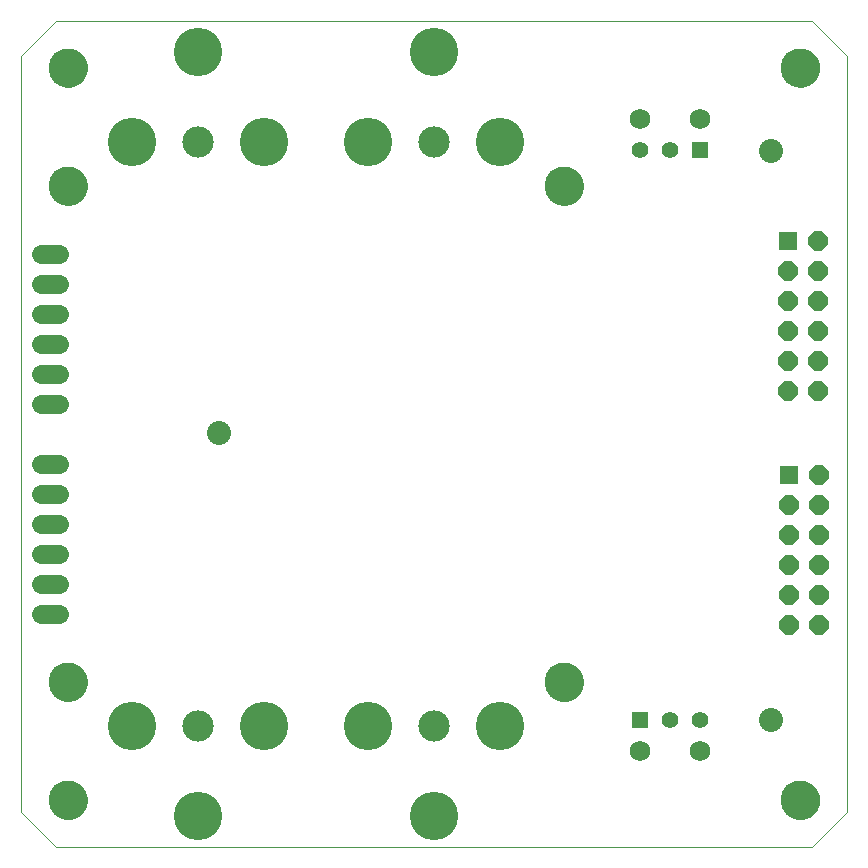
<source format=gbs>
G75*
%MOIN*%
%OFA0B0*%
%FSLAX25Y25*%
%IPPOS*%
%LPD*%
%AMOC8*
5,1,8,0,0,1.08239X$1,22.5*
%
%ADD10OC8,0.06400*%
%ADD11R,0.06400X0.06400*%
%ADD12C,0.00000*%
%ADD13C,0.12998*%
%ADD14C,0.06400*%
%ADD15C,0.05550*%
%ADD16R,0.05550X0.05550*%
%ADD17C,0.06896*%
%ADD18C,0.10439*%
%ADD19C,0.16148*%
%ADD20C,0.08000*%
D10*
X0272500Y0091700D03*
X0272500Y0101700D03*
X0272500Y0111700D03*
X0282500Y0111700D03*
X0282500Y0101700D03*
X0282500Y0091700D03*
X0282500Y0121700D03*
X0282500Y0131700D03*
X0282500Y0141700D03*
X0272500Y0131700D03*
X0272500Y0121700D03*
X0272100Y0169865D03*
X0282100Y0169865D03*
X0282100Y0179865D03*
X0272100Y0179865D03*
X0272100Y0189865D03*
X0282100Y0189865D03*
X0282100Y0199865D03*
X0272100Y0199865D03*
X0272100Y0209865D03*
X0282100Y0209865D03*
X0282100Y0219865D03*
D11*
X0272100Y0219865D03*
X0272500Y0141700D03*
D12*
X0028111Y0017700D02*
X0016300Y0029511D01*
X0016300Y0281480D01*
X0028111Y0293291D01*
X0280080Y0293291D01*
X0291891Y0281480D01*
X0291891Y0029511D01*
X0280080Y0017700D01*
X0028111Y0017700D01*
X0025749Y0033448D02*
X0025751Y0033606D01*
X0025757Y0033764D01*
X0025767Y0033922D01*
X0025781Y0034080D01*
X0025799Y0034237D01*
X0025820Y0034394D01*
X0025846Y0034550D01*
X0025876Y0034706D01*
X0025909Y0034861D01*
X0025947Y0035014D01*
X0025988Y0035167D01*
X0026033Y0035319D01*
X0026082Y0035470D01*
X0026135Y0035619D01*
X0026191Y0035767D01*
X0026251Y0035913D01*
X0026315Y0036058D01*
X0026383Y0036201D01*
X0026454Y0036343D01*
X0026528Y0036483D01*
X0026606Y0036620D01*
X0026688Y0036756D01*
X0026772Y0036890D01*
X0026861Y0037021D01*
X0026952Y0037150D01*
X0027047Y0037277D01*
X0027144Y0037402D01*
X0027245Y0037524D01*
X0027349Y0037643D01*
X0027456Y0037760D01*
X0027566Y0037874D01*
X0027679Y0037985D01*
X0027794Y0038094D01*
X0027912Y0038199D01*
X0028033Y0038301D01*
X0028156Y0038401D01*
X0028282Y0038497D01*
X0028410Y0038590D01*
X0028540Y0038680D01*
X0028673Y0038766D01*
X0028808Y0038850D01*
X0028944Y0038929D01*
X0029083Y0039006D01*
X0029224Y0039078D01*
X0029366Y0039148D01*
X0029510Y0039213D01*
X0029656Y0039275D01*
X0029803Y0039333D01*
X0029952Y0039388D01*
X0030102Y0039439D01*
X0030253Y0039486D01*
X0030405Y0039529D01*
X0030558Y0039568D01*
X0030713Y0039604D01*
X0030868Y0039635D01*
X0031024Y0039663D01*
X0031180Y0039687D01*
X0031337Y0039707D01*
X0031495Y0039723D01*
X0031652Y0039735D01*
X0031811Y0039743D01*
X0031969Y0039747D01*
X0032127Y0039747D01*
X0032285Y0039743D01*
X0032444Y0039735D01*
X0032601Y0039723D01*
X0032759Y0039707D01*
X0032916Y0039687D01*
X0033072Y0039663D01*
X0033228Y0039635D01*
X0033383Y0039604D01*
X0033538Y0039568D01*
X0033691Y0039529D01*
X0033843Y0039486D01*
X0033994Y0039439D01*
X0034144Y0039388D01*
X0034293Y0039333D01*
X0034440Y0039275D01*
X0034586Y0039213D01*
X0034730Y0039148D01*
X0034872Y0039078D01*
X0035013Y0039006D01*
X0035152Y0038929D01*
X0035288Y0038850D01*
X0035423Y0038766D01*
X0035556Y0038680D01*
X0035686Y0038590D01*
X0035814Y0038497D01*
X0035940Y0038401D01*
X0036063Y0038301D01*
X0036184Y0038199D01*
X0036302Y0038094D01*
X0036417Y0037985D01*
X0036530Y0037874D01*
X0036640Y0037760D01*
X0036747Y0037643D01*
X0036851Y0037524D01*
X0036952Y0037402D01*
X0037049Y0037277D01*
X0037144Y0037150D01*
X0037235Y0037021D01*
X0037324Y0036890D01*
X0037408Y0036756D01*
X0037490Y0036620D01*
X0037568Y0036483D01*
X0037642Y0036343D01*
X0037713Y0036201D01*
X0037781Y0036058D01*
X0037845Y0035913D01*
X0037905Y0035767D01*
X0037961Y0035619D01*
X0038014Y0035470D01*
X0038063Y0035319D01*
X0038108Y0035167D01*
X0038149Y0035014D01*
X0038187Y0034861D01*
X0038220Y0034706D01*
X0038250Y0034550D01*
X0038276Y0034394D01*
X0038297Y0034237D01*
X0038315Y0034080D01*
X0038329Y0033922D01*
X0038339Y0033764D01*
X0038345Y0033606D01*
X0038347Y0033448D01*
X0038345Y0033290D01*
X0038339Y0033132D01*
X0038329Y0032974D01*
X0038315Y0032816D01*
X0038297Y0032659D01*
X0038276Y0032502D01*
X0038250Y0032346D01*
X0038220Y0032190D01*
X0038187Y0032035D01*
X0038149Y0031882D01*
X0038108Y0031729D01*
X0038063Y0031577D01*
X0038014Y0031426D01*
X0037961Y0031277D01*
X0037905Y0031129D01*
X0037845Y0030983D01*
X0037781Y0030838D01*
X0037713Y0030695D01*
X0037642Y0030553D01*
X0037568Y0030413D01*
X0037490Y0030276D01*
X0037408Y0030140D01*
X0037324Y0030006D01*
X0037235Y0029875D01*
X0037144Y0029746D01*
X0037049Y0029619D01*
X0036952Y0029494D01*
X0036851Y0029372D01*
X0036747Y0029253D01*
X0036640Y0029136D01*
X0036530Y0029022D01*
X0036417Y0028911D01*
X0036302Y0028802D01*
X0036184Y0028697D01*
X0036063Y0028595D01*
X0035940Y0028495D01*
X0035814Y0028399D01*
X0035686Y0028306D01*
X0035556Y0028216D01*
X0035423Y0028130D01*
X0035288Y0028046D01*
X0035152Y0027967D01*
X0035013Y0027890D01*
X0034872Y0027818D01*
X0034730Y0027748D01*
X0034586Y0027683D01*
X0034440Y0027621D01*
X0034293Y0027563D01*
X0034144Y0027508D01*
X0033994Y0027457D01*
X0033843Y0027410D01*
X0033691Y0027367D01*
X0033538Y0027328D01*
X0033383Y0027292D01*
X0033228Y0027261D01*
X0033072Y0027233D01*
X0032916Y0027209D01*
X0032759Y0027189D01*
X0032601Y0027173D01*
X0032444Y0027161D01*
X0032285Y0027153D01*
X0032127Y0027149D01*
X0031969Y0027149D01*
X0031811Y0027153D01*
X0031652Y0027161D01*
X0031495Y0027173D01*
X0031337Y0027189D01*
X0031180Y0027209D01*
X0031024Y0027233D01*
X0030868Y0027261D01*
X0030713Y0027292D01*
X0030558Y0027328D01*
X0030405Y0027367D01*
X0030253Y0027410D01*
X0030102Y0027457D01*
X0029952Y0027508D01*
X0029803Y0027563D01*
X0029656Y0027621D01*
X0029510Y0027683D01*
X0029366Y0027748D01*
X0029224Y0027818D01*
X0029083Y0027890D01*
X0028944Y0027967D01*
X0028808Y0028046D01*
X0028673Y0028130D01*
X0028540Y0028216D01*
X0028410Y0028306D01*
X0028282Y0028399D01*
X0028156Y0028495D01*
X0028033Y0028595D01*
X0027912Y0028697D01*
X0027794Y0028802D01*
X0027679Y0028911D01*
X0027566Y0029022D01*
X0027456Y0029136D01*
X0027349Y0029253D01*
X0027245Y0029372D01*
X0027144Y0029494D01*
X0027047Y0029619D01*
X0026952Y0029746D01*
X0026861Y0029875D01*
X0026772Y0030006D01*
X0026688Y0030140D01*
X0026606Y0030276D01*
X0026528Y0030413D01*
X0026454Y0030553D01*
X0026383Y0030695D01*
X0026315Y0030838D01*
X0026251Y0030983D01*
X0026191Y0031129D01*
X0026135Y0031277D01*
X0026082Y0031426D01*
X0026033Y0031577D01*
X0025988Y0031729D01*
X0025947Y0031882D01*
X0025909Y0032035D01*
X0025876Y0032190D01*
X0025846Y0032346D01*
X0025820Y0032502D01*
X0025799Y0032659D01*
X0025781Y0032816D01*
X0025767Y0032974D01*
X0025757Y0033132D01*
X0025751Y0033290D01*
X0025749Y0033448D01*
X0025749Y0072818D02*
X0025751Y0072976D01*
X0025757Y0073134D01*
X0025767Y0073292D01*
X0025781Y0073450D01*
X0025799Y0073607D01*
X0025820Y0073764D01*
X0025846Y0073920D01*
X0025876Y0074076D01*
X0025909Y0074231D01*
X0025947Y0074384D01*
X0025988Y0074537D01*
X0026033Y0074689D01*
X0026082Y0074840D01*
X0026135Y0074989D01*
X0026191Y0075137D01*
X0026251Y0075283D01*
X0026315Y0075428D01*
X0026383Y0075571D01*
X0026454Y0075713D01*
X0026528Y0075853D01*
X0026606Y0075990D01*
X0026688Y0076126D01*
X0026772Y0076260D01*
X0026861Y0076391D01*
X0026952Y0076520D01*
X0027047Y0076647D01*
X0027144Y0076772D01*
X0027245Y0076894D01*
X0027349Y0077013D01*
X0027456Y0077130D01*
X0027566Y0077244D01*
X0027679Y0077355D01*
X0027794Y0077464D01*
X0027912Y0077569D01*
X0028033Y0077671D01*
X0028156Y0077771D01*
X0028282Y0077867D01*
X0028410Y0077960D01*
X0028540Y0078050D01*
X0028673Y0078136D01*
X0028808Y0078220D01*
X0028944Y0078299D01*
X0029083Y0078376D01*
X0029224Y0078448D01*
X0029366Y0078518D01*
X0029510Y0078583D01*
X0029656Y0078645D01*
X0029803Y0078703D01*
X0029952Y0078758D01*
X0030102Y0078809D01*
X0030253Y0078856D01*
X0030405Y0078899D01*
X0030558Y0078938D01*
X0030713Y0078974D01*
X0030868Y0079005D01*
X0031024Y0079033D01*
X0031180Y0079057D01*
X0031337Y0079077D01*
X0031495Y0079093D01*
X0031652Y0079105D01*
X0031811Y0079113D01*
X0031969Y0079117D01*
X0032127Y0079117D01*
X0032285Y0079113D01*
X0032444Y0079105D01*
X0032601Y0079093D01*
X0032759Y0079077D01*
X0032916Y0079057D01*
X0033072Y0079033D01*
X0033228Y0079005D01*
X0033383Y0078974D01*
X0033538Y0078938D01*
X0033691Y0078899D01*
X0033843Y0078856D01*
X0033994Y0078809D01*
X0034144Y0078758D01*
X0034293Y0078703D01*
X0034440Y0078645D01*
X0034586Y0078583D01*
X0034730Y0078518D01*
X0034872Y0078448D01*
X0035013Y0078376D01*
X0035152Y0078299D01*
X0035288Y0078220D01*
X0035423Y0078136D01*
X0035556Y0078050D01*
X0035686Y0077960D01*
X0035814Y0077867D01*
X0035940Y0077771D01*
X0036063Y0077671D01*
X0036184Y0077569D01*
X0036302Y0077464D01*
X0036417Y0077355D01*
X0036530Y0077244D01*
X0036640Y0077130D01*
X0036747Y0077013D01*
X0036851Y0076894D01*
X0036952Y0076772D01*
X0037049Y0076647D01*
X0037144Y0076520D01*
X0037235Y0076391D01*
X0037324Y0076260D01*
X0037408Y0076126D01*
X0037490Y0075990D01*
X0037568Y0075853D01*
X0037642Y0075713D01*
X0037713Y0075571D01*
X0037781Y0075428D01*
X0037845Y0075283D01*
X0037905Y0075137D01*
X0037961Y0074989D01*
X0038014Y0074840D01*
X0038063Y0074689D01*
X0038108Y0074537D01*
X0038149Y0074384D01*
X0038187Y0074231D01*
X0038220Y0074076D01*
X0038250Y0073920D01*
X0038276Y0073764D01*
X0038297Y0073607D01*
X0038315Y0073450D01*
X0038329Y0073292D01*
X0038339Y0073134D01*
X0038345Y0072976D01*
X0038347Y0072818D01*
X0038345Y0072660D01*
X0038339Y0072502D01*
X0038329Y0072344D01*
X0038315Y0072186D01*
X0038297Y0072029D01*
X0038276Y0071872D01*
X0038250Y0071716D01*
X0038220Y0071560D01*
X0038187Y0071405D01*
X0038149Y0071252D01*
X0038108Y0071099D01*
X0038063Y0070947D01*
X0038014Y0070796D01*
X0037961Y0070647D01*
X0037905Y0070499D01*
X0037845Y0070353D01*
X0037781Y0070208D01*
X0037713Y0070065D01*
X0037642Y0069923D01*
X0037568Y0069783D01*
X0037490Y0069646D01*
X0037408Y0069510D01*
X0037324Y0069376D01*
X0037235Y0069245D01*
X0037144Y0069116D01*
X0037049Y0068989D01*
X0036952Y0068864D01*
X0036851Y0068742D01*
X0036747Y0068623D01*
X0036640Y0068506D01*
X0036530Y0068392D01*
X0036417Y0068281D01*
X0036302Y0068172D01*
X0036184Y0068067D01*
X0036063Y0067965D01*
X0035940Y0067865D01*
X0035814Y0067769D01*
X0035686Y0067676D01*
X0035556Y0067586D01*
X0035423Y0067500D01*
X0035288Y0067416D01*
X0035152Y0067337D01*
X0035013Y0067260D01*
X0034872Y0067188D01*
X0034730Y0067118D01*
X0034586Y0067053D01*
X0034440Y0066991D01*
X0034293Y0066933D01*
X0034144Y0066878D01*
X0033994Y0066827D01*
X0033843Y0066780D01*
X0033691Y0066737D01*
X0033538Y0066698D01*
X0033383Y0066662D01*
X0033228Y0066631D01*
X0033072Y0066603D01*
X0032916Y0066579D01*
X0032759Y0066559D01*
X0032601Y0066543D01*
X0032444Y0066531D01*
X0032285Y0066523D01*
X0032127Y0066519D01*
X0031969Y0066519D01*
X0031811Y0066523D01*
X0031652Y0066531D01*
X0031495Y0066543D01*
X0031337Y0066559D01*
X0031180Y0066579D01*
X0031024Y0066603D01*
X0030868Y0066631D01*
X0030713Y0066662D01*
X0030558Y0066698D01*
X0030405Y0066737D01*
X0030253Y0066780D01*
X0030102Y0066827D01*
X0029952Y0066878D01*
X0029803Y0066933D01*
X0029656Y0066991D01*
X0029510Y0067053D01*
X0029366Y0067118D01*
X0029224Y0067188D01*
X0029083Y0067260D01*
X0028944Y0067337D01*
X0028808Y0067416D01*
X0028673Y0067500D01*
X0028540Y0067586D01*
X0028410Y0067676D01*
X0028282Y0067769D01*
X0028156Y0067865D01*
X0028033Y0067965D01*
X0027912Y0068067D01*
X0027794Y0068172D01*
X0027679Y0068281D01*
X0027566Y0068392D01*
X0027456Y0068506D01*
X0027349Y0068623D01*
X0027245Y0068742D01*
X0027144Y0068864D01*
X0027047Y0068989D01*
X0026952Y0069116D01*
X0026861Y0069245D01*
X0026772Y0069376D01*
X0026688Y0069510D01*
X0026606Y0069646D01*
X0026528Y0069783D01*
X0026454Y0069923D01*
X0026383Y0070065D01*
X0026315Y0070208D01*
X0026251Y0070353D01*
X0026191Y0070499D01*
X0026135Y0070647D01*
X0026082Y0070796D01*
X0026033Y0070947D01*
X0025988Y0071099D01*
X0025947Y0071252D01*
X0025909Y0071405D01*
X0025876Y0071560D01*
X0025846Y0071716D01*
X0025820Y0071872D01*
X0025799Y0072029D01*
X0025781Y0072186D01*
X0025767Y0072344D01*
X0025757Y0072502D01*
X0025751Y0072660D01*
X0025749Y0072818D01*
X0025749Y0238172D02*
X0025751Y0238330D01*
X0025757Y0238488D01*
X0025767Y0238646D01*
X0025781Y0238804D01*
X0025799Y0238961D01*
X0025820Y0239118D01*
X0025846Y0239274D01*
X0025876Y0239430D01*
X0025909Y0239585D01*
X0025947Y0239738D01*
X0025988Y0239891D01*
X0026033Y0240043D01*
X0026082Y0240194D01*
X0026135Y0240343D01*
X0026191Y0240491D01*
X0026251Y0240637D01*
X0026315Y0240782D01*
X0026383Y0240925D01*
X0026454Y0241067D01*
X0026528Y0241207D01*
X0026606Y0241344D01*
X0026688Y0241480D01*
X0026772Y0241614D01*
X0026861Y0241745D01*
X0026952Y0241874D01*
X0027047Y0242001D01*
X0027144Y0242126D01*
X0027245Y0242248D01*
X0027349Y0242367D01*
X0027456Y0242484D01*
X0027566Y0242598D01*
X0027679Y0242709D01*
X0027794Y0242818D01*
X0027912Y0242923D01*
X0028033Y0243025D01*
X0028156Y0243125D01*
X0028282Y0243221D01*
X0028410Y0243314D01*
X0028540Y0243404D01*
X0028673Y0243490D01*
X0028808Y0243574D01*
X0028944Y0243653D01*
X0029083Y0243730D01*
X0029224Y0243802D01*
X0029366Y0243872D01*
X0029510Y0243937D01*
X0029656Y0243999D01*
X0029803Y0244057D01*
X0029952Y0244112D01*
X0030102Y0244163D01*
X0030253Y0244210D01*
X0030405Y0244253D01*
X0030558Y0244292D01*
X0030713Y0244328D01*
X0030868Y0244359D01*
X0031024Y0244387D01*
X0031180Y0244411D01*
X0031337Y0244431D01*
X0031495Y0244447D01*
X0031652Y0244459D01*
X0031811Y0244467D01*
X0031969Y0244471D01*
X0032127Y0244471D01*
X0032285Y0244467D01*
X0032444Y0244459D01*
X0032601Y0244447D01*
X0032759Y0244431D01*
X0032916Y0244411D01*
X0033072Y0244387D01*
X0033228Y0244359D01*
X0033383Y0244328D01*
X0033538Y0244292D01*
X0033691Y0244253D01*
X0033843Y0244210D01*
X0033994Y0244163D01*
X0034144Y0244112D01*
X0034293Y0244057D01*
X0034440Y0243999D01*
X0034586Y0243937D01*
X0034730Y0243872D01*
X0034872Y0243802D01*
X0035013Y0243730D01*
X0035152Y0243653D01*
X0035288Y0243574D01*
X0035423Y0243490D01*
X0035556Y0243404D01*
X0035686Y0243314D01*
X0035814Y0243221D01*
X0035940Y0243125D01*
X0036063Y0243025D01*
X0036184Y0242923D01*
X0036302Y0242818D01*
X0036417Y0242709D01*
X0036530Y0242598D01*
X0036640Y0242484D01*
X0036747Y0242367D01*
X0036851Y0242248D01*
X0036952Y0242126D01*
X0037049Y0242001D01*
X0037144Y0241874D01*
X0037235Y0241745D01*
X0037324Y0241614D01*
X0037408Y0241480D01*
X0037490Y0241344D01*
X0037568Y0241207D01*
X0037642Y0241067D01*
X0037713Y0240925D01*
X0037781Y0240782D01*
X0037845Y0240637D01*
X0037905Y0240491D01*
X0037961Y0240343D01*
X0038014Y0240194D01*
X0038063Y0240043D01*
X0038108Y0239891D01*
X0038149Y0239738D01*
X0038187Y0239585D01*
X0038220Y0239430D01*
X0038250Y0239274D01*
X0038276Y0239118D01*
X0038297Y0238961D01*
X0038315Y0238804D01*
X0038329Y0238646D01*
X0038339Y0238488D01*
X0038345Y0238330D01*
X0038347Y0238172D01*
X0038345Y0238014D01*
X0038339Y0237856D01*
X0038329Y0237698D01*
X0038315Y0237540D01*
X0038297Y0237383D01*
X0038276Y0237226D01*
X0038250Y0237070D01*
X0038220Y0236914D01*
X0038187Y0236759D01*
X0038149Y0236606D01*
X0038108Y0236453D01*
X0038063Y0236301D01*
X0038014Y0236150D01*
X0037961Y0236001D01*
X0037905Y0235853D01*
X0037845Y0235707D01*
X0037781Y0235562D01*
X0037713Y0235419D01*
X0037642Y0235277D01*
X0037568Y0235137D01*
X0037490Y0235000D01*
X0037408Y0234864D01*
X0037324Y0234730D01*
X0037235Y0234599D01*
X0037144Y0234470D01*
X0037049Y0234343D01*
X0036952Y0234218D01*
X0036851Y0234096D01*
X0036747Y0233977D01*
X0036640Y0233860D01*
X0036530Y0233746D01*
X0036417Y0233635D01*
X0036302Y0233526D01*
X0036184Y0233421D01*
X0036063Y0233319D01*
X0035940Y0233219D01*
X0035814Y0233123D01*
X0035686Y0233030D01*
X0035556Y0232940D01*
X0035423Y0232854D01*
X0035288Y0232770D01*
X0035152Y0232691D01*
X0035013Y0232614D01*
X0034872Y0232542D01*
X0034730Y0232472D01*
X0034586Y0232407D01*
X0034440Y0232345D01*
X0034293Y0232287D01*
X0034144Y0232232D01*
X0033994Y0232181D01*
X0033843Y0232134D01*
X0033691Y0232091D01*
X0033538Y0232052D01*
X0033383Y0232016D01*
X0033228Y0231985D01*
X0033072Y0231957D01*
X0032916Y0231933D01*
X0032759Y0231913D01*
X0032601Y0231897D01*
X0032444Y0231885D01*
X0032285Y0231877D01*
X0032127Y0231873D01*
X0031969Y0231873D01*
X0031811Y0231877D01*
X0031652Y0231885D01*
X0031495Y0231897D01*
X0031337Y0231913D01*
X0031180Y0231933D01*
X0031024Y0231957D01*
X0030868Y0231985D01*
X0030713Y0232016D01*
X0030558Y0232052D01*
X0030405Y0232091D01*
X0030253Y0232134D01*
X0030102Y0232181D01*
X0029952Y0232232D01*
X0029803Y0232287D01*
X0029656Y0232345D01*
X0029510Y0232407D01*
X0029366Y0232472D01*
X0029224Y0232542D01*
X0029083Y0232614D01*
X0028944Y0232691D01*
X0028808Y0232770D01*
X0028673Y0232854D01*
X0028540Y0232940D01*
X0028410Y0233030D01*
X0028282Y0233123D01*
X0028156Y0233219D01*
X0028033Y0233319D01*
X0027912Y0233421D01*
X0027794Y0233526D01*
X0027679Y0233635D01*
X0027566Y0233746D01*
X0027456Y0233860D01*
X0027349Y0233977D01*
X0027245Y0234096D01*
X0027144Y0234218D01*
X0027047Y0234343D01*
X0026952Y0234470D01*
X0026861Y0234599D01*
X0026772Y0234730D01*
X0026688Y0234864D01*
X0026606Y0235000D01*
X0026528Y0235137D01*
X0026454Y0235277D01*
X0026383Y0235419D01*
X0026315Y0235562D01*
X0026251Y0235707D01*
X0026191Y0235853D01*
X0026135Y0236001D01*
X0026082Y0236150D01*
X0026033Y0236301D01*
X0025988Y0236453D01*
X0025947Y0236606D01*
X0025909Y0236759D01*
X0025876Y0236914D01*
X0025846Y0237070D01*
X0025820Y0237226D01*
X0025799Y0237383D01*
X0025781Y0237540D01*
X0025767Y0237698D01*
X0025757Y0237856D01*
X0025751Y0238014D01*
X0025749Y0238172D01*
X0025749Y0277543D02*
X0025751Y0277701D01*
X0025757Y0277859D01*
X0025767Y0278017D01*
X0025781Y0278175D01*
X0025799Y0278332D01*
X0025820Y0278489D01*
X0025846Y0278645D01*
X0025876Y0278801D01*
X0025909Y0278956D01*
X0025947Y0279109D01*
X0025988Y0279262D01*
X0026033Y0279414D01*
X0026082Y0279565D01*
X0026135Y0279714D01*
X0026191Y0279862D01*
X0026251Y0280008D01*
X0026315Y0280153D01*
X0026383Y0280296D01*
X0026454Y0280438D01*
X0026528Y0280578D01*
X0026606Y0280715D01*
X0026688Y0280851D01*
X0026772Y0280985D01*
X0026861Y0281116D01*
X0026952Y0281245D01*
X0027047Y0281372D01*
X0027144Y0281497D01*
X0027245Y0281619D01*
X0027349Y0281738D01*
X0027456Y0281855D01*
X0027566Y0281969D01*
X0027679Y0282080D01*
X0027794Y0282189D01*
X0027912Y0282294D01*
X0028033Y0282396D01*
X0028156Y0282496D01*
X0028282Y0282592D01*
X0028410Y0282685D01*
X0028540Y0282775D01*
X0028673Y0282861D01*
X0028808Y0282945D01*
X0028944Y0283024D01*
X0029083Y0283101D01*
X0029224Y0283173D01*
X0029366Y0283243D01*
X0029510Y0283308D01*
X0029656Y0283370D01*
X0029803Y0283428D01*
X0029952Y0283483D01*
X0030102Y0283534D01*
X0030253Y0283581D01*
X0030405Y0283624D01*
X0030558Y0283663D01*
X0030713Y0283699D01*
X0030868Y0283730D01*
X0031024Y0283758D01*
X0031180Y0283782D01*
X0031337Y0283802D01*
X0031495Y0283818D01*
X0031652Y0283830D01*
X0031811Y0283838D01*
X0031969Y0283842D01*
X0032127Y0283842D01*
X0032285Y0283838D01*
X0032444Y0283830D01*
X0032601Y0283818D01*
X0032759Y0283802D01*
X0032916Y0283782D01*
X0033072Y0283758D01*
X0033228Y0283730D01*
X0033383Y0283699D01*
X0033538Y0283663D01*
X0033691Y0283624D01*
X0033843Y0283581D01*
X0033994Y0283534D01*
X0034144Y0283483D01*
X0034293Y0283428D01*
X0034440Y0283370D01*
X0034586Y0283308D01*
X0034730Y0283243D01*
X0034872Y0283173D01*
X0035013Y0283101D01*
X0035152Y0283024D01*
X0035288Y0282945D01*
X0035423Y0282861D01*
X0035556Y0282775D01*
X0035686Y0282685D01*
X0035814Y0282592D01*
X0035940Y0282496D01*
X0036063Y0282396D01*
X0036184Y0282294D01*
X0036302Y0282189D01*
X0036417Y0282080D01*
X0036530Y0281969D01*
X0036640Y0281855D01*
X0036747Y0281738D01*
X0036851Y0281619D01*
X0036952Y0281497D01*
X0037049Y0281372D01*
X0037144Y0281245D01*
X0037235Y0281116D01*
X0037324Y0280985D01*
X0037408Y0280851D01*
X0037490Y0280715D01*
X0037568Y0280578D01*
X0037642Y0280438D01*
X0037713Y0280296D01*
X0037781Y0280153D01*
X0037845Y0280008D01*
X0037905Y0279862D01*
X0037961Y0279714D01*
X0038014Y0279565D01*
X0038063Y0279414D01*
X0038108Y0279262D01*
X0038149Y0279109D01*
X0038187Y0278956D01*
X0038220Y0278801D01*
X0038250Y0278645D01*
X0038276Y0278489D01*
X0038297Y0278332D01*
X0038315Y0278175D01*
X0038329Y0278017D01*
X0038339Y0277859D01*
X0038345Y0277701D01*
X0038347Y0277543D01*
X0038345Y0277385D01*
X0038339Y0277227D01*
X0038329Y0277069D01*
X0038315Y0276911D01*
X0038297Y0276754D01*
X0038276Y0276597D01*
X0038250Y0276441D01*
X0038220Y0276285D01*
X0038187Y0276130D01*
X0038149Y0275977D01*
X0038108Y0275824D01*
X0038063Y0275672D01*
X0038014Y0275521D01*
X0037961Y0275372D01*
X0037905Y0275224D01*
X0037845Y0275078D01*
X0037781Y0274933D01*
X0037713Y0274790D01*
X0037642Y0274648D01*
X0037568Y0274508D01*
X0037490Y0274371D01*
X0037408Y0274235D01*
X0037324Y0274101D01*
X0037235Y0273970D01*
X0037144Y0273841D01*
X0037049Y0273714D01*
X0036952Y0273589D01*
X0036851Y0273467D01*
X0036747Y0273348D01*
X0036640Y0273231D01*
X0036530Y0273117D01*
X0036417Y0273006D01*
X0036302Y0272897D01*
X0036184Y0272792D01*
X0036063Y0272690D01*
X0035940Y0272590D01*
X0035814Y0272494D01*
X0035686Y0272401D01*
X0035556Y0272311D01*
X0035423Y0272225D01*
X0035288Y0272141D01*
X0035152Y0272062D01*
X0035013Y0271985D01*
X0034872Y0271913D01*
X0034730Y0271843D01*
X0034586Y0271778D01*
X0034440Y0271716D01*
X0034293Y0271658D01*
X0034144Y0271603D01*
X0033994Y0271552D01*
X0033843Y0271505D01*
X0033691Y0271462D01*
X0033538Y0271423D01*
X0033383Y0271387D01*
X0033228Y0271356D01*
X0033072Y0271328D01*
X0032916Y0271304D01*
X0032759Y0271284D01*
X0032601Y0271268D01*
X0032444Y0271256D01*
X0032285Y0271248D01*
X0032127Y0271244D01*
X0031969Y0271244D01*
X0031811Y0271248D01*
X0031652Y0271256D01*
X0031495Y0271268D01*
X0031337Y0271284D01*
X0031180Y0271304D01*
X0031024Y0271328D01*
X0030868Y0271356D01*
X0030713Y0271387D01*
X0030558Y0271423D01*
X0030405Y0271462D01*
X0030253Y0271505D01*
X0030102Y0271552D01*
X0029952Y0271603D01*
X0029803Y0271658D01*
X0029656Y0271716D01*
X0029510Y0271778D01*
X0029366Y0271843D01*
X0029224Y0271913D01*
X0029083Y0271985D01*
X0028944Y0272062D01*
X0028808Y0272141D01*
X0028673Y0272225D01*
X0028540Y0272311D01*
X0028410Y0272401D01*
X0028282Y0272494D01*
X0028156Y0272590D01*
X0028033Y0272690D01*
X0027912Y0272792D01*
X0027794Y0272897D01*
X0027679Y0273006D01*
X0027566Y0273117D01*
X0027456Y0273231D01*
X0027349Y0273348D01*
X0027245Y0273467D01*
X0027144Y0273589D01*
X0027047Y0273714D01*
X0026952Y0273841D01*
X0026861Y0273970D01*
X0026772Y0274101D01*
X0026688Y0274235D01*
X0026606Y0274371D01*
X0026528Y0274508D01*
X0026454Y0274648D01*
X0026383Y0274790D01*
X0026315Y0274933D01*
X0026251Y0275078D01*
X0026191Y0275224D01*
X0026135Y0275372D01*
X0026082Y0275521D01*
X0026033Y0275672D01*
X0025988Y0275824D01*
X0025947Y0275977D01*
X0025909Y0276130D01*
X0025876Y0276285D01*
X0025846Y0276441D01*
X0025820Y0276597D01*
X0025799Y0276754D01*
X0025781Y0276911D01*
X0025767Y0277069D01*
X0025757Y0277227D01*
X0025751Y0277385D01*
X0025749Y0277543D01*
X0191103Y0238172D02*
X0191105Y0238330D01*
X0191111Y0238488D01*
X0191121Y0238646D01*
X0191135Y0238804D01*
X0191153Y0238961D01*
X0191174Y0239118D01*
X0191200Y0239274D01*
X0191230Y0239430D01*
X0191263Y0239585D01*
X0191301Y0239738D01*
X0191342Y0239891D01*
X0191387Y0240043D01*
X0191436Y0240194D01*
X0191489Y0240343D01*
X0191545Y0240491D01*
X0191605Y0240637D01*
X0191669Y0240782D01*
X0191737Y0240925D01*
X0191808Y0241067D01*
X0191882Y0241207D01*
X0191960Y0241344D01*
X0192042Y0241480D01*
X0192126Y0241614D01*
X0192215Y0241745D01*
X0192306Y0241874D01*
X0192401Y0242001D01*
X0192498Y0242126D01*
X0192599Y0242248D01*
X0192703Y0242367D01*
X0192810Y0242484D01*
X0192920Y0242598D01*
X0193033Y0242709D01*
X0193148Y0242818D01*
X0193266Y0242923D01*
X0193387Y0243025D01*
X0193510Y0243125D01*
X0193636Y0243221D01*
X0193764Y0243314D01*
X0193894Y0243404D01*
X0194027Y0243490D01*
X0194162Y0243574D01*
X0194298Y0243653D01*
X0194437Y0243730D01*
X0194578Y0243802D01*
X0194720Y0243872D01*
X0194864Y0243937D01*
X0195010Y0243999D01*
X0195157Y0244057D01*
X0195306Y0244112D01*
X0195456Y0244163D01*
X0195607Y0244210D01*
X0195759Y0244253D01*
X0195912Y0244292D01*
X0196067Y0244328D01*
X0196222Y0244359D01*
X0196378Y0244387D01*
X0196534Y0244411D01*
X0196691Y0244431D01*
X0196849Y0244447D01*
X0197006Y0244459D01*
X0197165Y0244467D01*
X0197323Y0244471D01*
X0197481Y0244471D01*
X0197639Y0244467D01*
X0197798Y0244459D01*
X0197955Y0244447D01*
X0198113Y0244431D01*
X0198270Y0244411D01*
X0198426Y0244387D01*
X0198582Y0244359D01*
X0198737Y0244328D01*
X0198892Y0244292D01*
X0199045Y0244253D01*
X0199197Y0244210D01*
X0199348Y0244163D01*
X0199498Y0244112D01*
X0199647Y0244057D01*
X0199794Y0243999D01*
X0199940Y0243937D01*
X0200084Y0243872D01*
X0200226Y0243802D01*
X0200367Y0243730D01*
X0200506Y0243653D01*
X0200642Y0243574D01*
X0200777Y0243490D01*
X0200910Y0243404D01*
X0201040Y0243314D01*
X0201168Y0243221D01*
X0201294Y0243125D01*
X0201417Y0243025D01*
X0201538Y0242923D01*
X0201656Y0242818D01*
X0201771Y0242709D01*
X0201884Y0242598D01*
X0201994Y0242484D01*
X0202101Y0242367D01*
X0202205Y0242248D01*
X0202306Y0242126D01*
X0202403Y0242001D01*
X0202498Y0241874D01*
X0202589Y0241745D01*
X0202678Y0241614D01*
X0202762Y0241480D01*
X0202844Y0241344D01*
X0202922Y0241207D01*
X0202996Y0241067D01*
X0203067Y0240925D01*
X0203135Y0240782D01*
X0203199Y0240637D01*
X0203259Y0240491D01*
X0203315Y0240343D01*
X0203368Y0240194D01*
X0203417Y0240043D01*
X0203462Y0239891D01*
X0203503Y0239738D01*
X0203541Y0239585D01*
X0203574Y0239430D01*
X0203604Y0239274D01*
X0203630Y0239118D01*
X0203651Y0238961D01*
X0203669Y0238804D01*
X0203683Y0238646D01*
X0203693Y0238488D01*
X0203699Y0238330D01*
X0203701Y0238172D01*
X0203699Y0238014D01*
X0203693Y0237856D01*
X0203683Y0237698D01*
X0203669Y0237540D01*
X0203651Y0237383D01*
X0203630Y0237226D01*
X0203604Y0237070D01*
X0203574Y0236914D01*
X0203541Y0236759D01*
X0203503Y0236606D01*
X0203462Y0236453D01*
X0203417Y0236301D01*
X0203368Y0236150D01*
X0203315Y0236001D01*
X0203259Y0235853D01*
X0203199Y0235707D01*
X0203135Y0235562D01*
X0203067Y0235419D01*
X0202996Y0235277D01*
X0202922Y0235137D01*
X0202844Y0235000D01*
X0202762Y0234864D01*
X0202678Y0234730D01*
X0202589Y0234599D01*
X0202498Y0234470D01*
X0202403Y0234343D01*
X0202306Y0234218D01*
X0202205Y0234096D01*
X0202101Y0233977D01*
X0201994Y0233860D01*
X0201884Y0233746D01*
X0201771Y0233635D01*
X0201656Y0233526D01*
X0201538Y0233421D01*
X0201417Y0233319D01*
X0201294Y0233219D01*
X0201168Y0233123D01*
X0201040Y0233030D01*
X0200910Y0232940D01*
X0200777Y0232854D01*
X0200642Y0232770D01*
X0200506Y0232691D01*
X0200367Y0232614D01*
X0200226Y0232542D01*
X0200084Y0232472D01*
X0199940Y0232407D01*
X0199794Y0232345D01*
X0199647Y0232287D01*
X0199498Y0232232D01*
X0199348Y0232181D01*
X0199197Y0232134D01*
X0199045Y0232091D01*
X0198892Y0232052D01*
X0198737Y0232016D01*
X0198582Y0231985D01*
X0198426Y0231957D01*
X0198270Y0231933D01*
X0198113Y0231913D01*
X0197955Y0231897D01*
X0197798Y0231885D01*
X0197639Y0231877D01*
X0197481Y0231873D01*
X0197323Y0231873D01*
X0197165Y0231877D01*
X0197006Y0231885D01*
X0196849Y0231897D01*
X0196691Y0231913D01*
X0196534Y0231933D01*
X0196378Y0231957D01*
X0196222Y0231985D01*
X0196067Y0232016D01*
X0195912Y0232052D01*
X0195759Y0232091D01*
X0195607Y0232134D01*
X0195456Y0232181D01*
X0195306Y0232232D01*
X0195157Y0232287D01*
X0195010Y0232345D01*
X0194864Y0232407D01*
X0194720Y0232472D01*
X0194578Y0232542D01*
X0194437Y0232614D01*
X0194298Y0232691D01*
X0194162Y0232770D01*
X0194027Y0232854D01*
X0193894Y0232940D01*
X0193764Y0233030D01*
X0193636Y0233123D01*
X0193510Y0233219D01*
X0193387Y0233319D01*
X0193266Y0233421D01*
X0193148Y0233526D01*
X0193033Y0233635D01*
X0192920Y0233746D01*
X0192810Y0233860D01*
X0192703Y0233977D01*
X0192599Y0234096D01*
X0192498Y0234218D01*
X0192401Y0234343D01*
X0192306Y0234470D01*
X0192215Y0234599D01*
X0192126Y0234730D01*
X0192042Y0234864D01*
X0191960Y0235000D01*
X0191882Y0235137D01*
X0191808Y0235277D01*
X0191737Y0235419D01*
X0191669Y0235562D01*
X0191605Y0235707D01*
X0191545Y0235853D01*
X0191489Y0236001D01*
X0191436Y0236150D01*
X0191387Y0236301D01*
X0191342Y0236453D01*
X0191301Y0236606D01*
X0191263Y0236759D01*
X0191230Y0236914D01*
X0191200Y0237070D01*
X0191174Y0237226D01*
X0191153Y0237383D01*
X0191135Y0237540D01*
X0191121Y0237698D01*
X0191111Y0237856D01*
X0191105Y0238014D01*
X0191103Y0238172D01*
X0269844Y0277543D02*
X0269846Y0277701D01*
X0269852Y0277859D01*
X0269862Y0278017D01*
X0269876Y0278175D01*
X0269894Y0278332D01*
X0269915Y0278489D01*
X0269941Y0278645D01*
X0269971Y0278801D01*
X0270004Y0278956D01*
X0270042Y0279109D01*
X0270083Y0279262D01*
X0270128Y0279414D01*
X0270177Y0279565D01*
X0270230Y0279714D01*
X0270286Y0279862D01*
X0270346Y0280008D01*
X0270410Y0280153D01*
X0270478Y0280296D01*
X0270549Y0280438D01*
X0270623Y0280578D01*
X0270701Y0280715D01*
X0270783Y0280851D01*
X0270867Y0280985D01*
X0270956Y0281116D01*
X0271047Y0281245D01*
X0271142Y0281372D01*
X0271239Y0281497D01*
X0271340Y0281619D01*
X0271444Y0281738D01*
X0271551Y0281855D01*
X0271661Y0281969D01*
X0271774Y0282080D01*
X0271889Y0282189D01*
X0272007Y0282294D01*
X0272128Y0282396D01*
X0272251Y0282496D01*
X0272377Y0282592D01*
X0272505Y0282685D01*
X0272635Y0282775D01*
X0272768Y0282861D01*
X0272903Y0282945D01*
X0273039Y0283024D01*
X0273178Y0283101D01*
X0273319Y0283173D01*
X0273461Y0283243D01*
X0273605Y0283308D01*
X0273751Y0283370D01*
X0273898Y0283428D01*
X0274047Y0283483D01*
X0274197Y0283534D01*
X0274348Y0283581D01*
X0274500Y0283624D01*
X0274653Y0283663D01*
X0274808Y0283699D01*
X0274963Y0283730D01*
X0275119Y0283758D01*
X0275275Y0283782D01*
X0275432Y0283802D01*
X0275590Y0283818D01*
X0275747Y0283830D01*
X0275906Y0283838D01*
X0276064Y0283842D01*
X0276222Y0283842D01*
X0276380Y0283838D01*
X0276539Y0283830D01*
X0276696Y0283818D01*
X0276854Y0283802D01*
X0277011Y0283782D01*
X0277167Y0283758D01*
X0277323Y0283730D01*
X0277478Y0283699D01*
X0277633Y0283663D01*
X0277786Y0283624D01*
X0277938Y0283581D01*
X0278089Y0283534D01*
X0278239Y0283483D01*
X0278388Y0283428D01*
X0278535Y0283370D01*
X0278681Y0283308D01*
X0278825Y0283243D01*
X0278967Y0283173D01*
X0279108Y0283101D01*
X0279247Y0283024D01*
X0279383Y0282945D01*
X0279518Y0282861D01*
X0279651Y0282775D01*
X0279781Y0282685D01*
X0279909Y0282592D01*
X0280035Y0282496D01*
X0280158Y0282396D01*
X0280279Y0282294D01*
X0280397Y0282189D01*
X0280512Y0282080D01*
X0280625Y0281969D01*
X0280735Y0281855D01*
X0280842Y0281738D01*
X0280946Y0281619D01*
X0281047Y0281497D01*
X0281144Y0281372D01*
X0281239Y0281245D01*
X0281330Y0281116D01*
X0281419Y0280985D01*
X0281503Y0280851D01*
X0281585Y0280715D01*
X0281663Y0280578D01*
X0281737Y0280438D01*
X0281808Y0280296D01*
X0281876Y0280153D01*
X0281940Y0280008D01*
X0282000Y0279862D01*
X0282056Y0279714D01*
X0282109Y0279565D01*
X0282158Y0279414D01*
X0282203Y0279262D01*
X0282244Y0279109D01*
X0282282Y0278956D01*
X0282315Y0278801D01*
X0282345Y0278645D01*
X0282371Y0278489D01*
X0282392Y0278332D01*
X0282410Y0278175D01*
X0282424Y0278017D01*
X0282434Y0277859D01*
X0282440Y0277701D01*
X0282442Y0277543D01*
X0282440Y0277385D01*
X0282434Y0277227D01*
X0282424Y0277069D01*
X0282410Y0276911D01*
X0282392Y0276754D01*
X0282371Y0276597D01*
X0282345Y0276441D01*
X0282315Y0276285D01*
X0282282Y0276130D01*
X0282244Y0275977D01*
X0282203Y0275824D01*
X0282158Y0275672D01*
X0282109Y0275521D01*
X0282056Y0275372D01*
X0282000Y0275224D01*
X0281940Y0275078D01*
X0281876Y0274933D01*
X0281808Y0274790D01*
X0281737Y0274648D01*
X0281663Y0274508D01*
X0281585Y0274371D01*
X0281503Y0274235D01*
X0281419Y0274101D01*
X0281330Y0273970D01*
X0281239Y0273841D01*
X0281144Y0273714D01*
X0281047Y0273589D01*
X0280946Y0273467D01*
X0280842Y0273348D01*
X0280735Y0273231D01*
X0280625Y0273117D01*
X0280512Y0273006D01*
X0280397Y0272897D01*
X0280279Y0272792D01*
X0280158Y0272690D01*
X0280035Y0272590D01*
X0279909Y0272494D01*
X0279781Y0272401D01*
X0279651Y0272311D01*
X0279518Y0272225D01*
X0279383Y0272141D01*
X0279247Y0272062D01*
X0279108Y0271985D01*
X0278967Y0271913D01*
X0278825Y0271843D01*
X0278681Y0271778D01*
X0278535Y0271716D01*
X0278388Y0271658D01*
X0278239Y0271603D01*
X0278089Y0271552D01*
X0277938Y0271505D01*
X0277786Y0271462D01*
X0277633Y0271423D01*
X0277478Y0271387D01*
X0277323Y0271356D01*
X0277167Y0271328D01*
X0277011Y0271304D01*
X0276854Y0271284D01*
X0276696Y0271268D01*
X0276539Y0271256D01*
X0276380Y0271248D01*
X0276222Y0271244D01*
X0276064Y0271244D01*
X0275906Y0271248D01*
X0275747Y0271256D01*
X0275590Y0271268D01*
X0275432Y0271284D01*
X0275275Y0271304D01*
X0275119Y0271328D01*
X0274963Y0271356D01*
X0274808Y0271387D01*
X0274653Y0271423D01*
X0274500Y0271462D01*
X0274348Y0271505D01*
X0274197Y0271552D01*
X0274047Y0271603D01*
X0273898Y0271658D01*
X0273751Y0271716D01*
X0273605Y0271778D01*
X0273461Y0271843D01*
X0273319Y0271913D01*
X0273178Y0271985D01*
X0273039Y0272062D01*
X0272903Y0272141D01*
X0272768Y0272225D01*
X0272635Y0272311D01*
X0272505Y0272401D01*
X0272377Y0272494D01*
X0272251Y0272590D01*
X0272128Y0272690D01*
X0272007Y0272792D01*
X0271889Y0272897D01*
X0271774Y0273006D01*
X0271661Y0273117D01*
X0271551Y0273231D01*
X0271444Y0273348D01*
X0271340Y0273467D01*
X0271239Y0273589D01*
X0271142Y0273714D01*
X0271047Y0273841D01*
X0270956Y0273970D01*
X0270867Y0274101D01*
X0270783Y0274235D01*
X0270701Y0274371D01*
X0270623Y0274508D01*
X0270549Y0274648D01*
X0270478Y0274790D01*
X0270410Y0274933D01*
X0270346Y0275078D01*
X0270286Y0275224D01*
X0270230Y0275372D01*
X0270177Y0275521D01*
X0270128Y0275672D01*
X0270083Y0275824D01*
X0270042Y0275977D01*
X0270004Y0276130D01*
X0269971Y0276285D01*
X0269941Y0276441D01*
X0269915Y0276597D01*
X0269894Y0276754D01*
X0269876Y0276911D01*
X0269862Y0277069D01*
X0269852Y0277227D01*
X0269846Y0277385D01*
X0269844Y0277543D01*
X0191103Y0072818D02*
X0191105Y0072976D01*
X0191111Y0073134D01*
X0191121Y0073292D01*
X0191135Y0073450D01*
X0191153Y0073607D01*
X0191174Y0073764D01*
X0191200Y0073920D01*
X0191230Y0074076D01*
X0191263Y0074231D01*
X0191301Y0074384D01*
X0191342Y0074537D01*
X0191387Y0074689D01*
X0191436Y0074840D01*
X0191489Y0074989D01*
X0191545Y0075137D01*
X0191605Y0075283D01*
X0191669Y0075428D01*
X0191737Y0075571D01*
X0191808Y0075713D01*
X0191882Y0075853D01*
X0191960Y0075990D01*
X0192042Y0076126D01*
X0192126Y0076260D01*
X0192215Y0076391D01*
X0192306Y0076520D01*
X0192401Y0076647D01*
X0192498Y0076772D01*
X0192599Y0076894D01*
X0192703Y0077013D01*
X0192810Y0077130D01*
X0192920Y0077244D01*
X0193033Y0077355D01*
X0193148Y0077464D01*
X0193266Y0077569D01*
X0193387Y0077671D01*
X0193510Y0077771D01*
X0193636Y0077867D01*
X0193764Y0077960D01*
X0193894Y0078050D01*
X0194027Y0078136D01*
X0194162Y0078220D01*
X0194298Y0078299D01*
X0194437Y0078376D01*
X0194578Y0078448D01*
X0194720Y0078518D01*
X0194864Y0078583D01*
X0195010Y0078645D01*
X0195157Y0078703D01*
X0195306Y0078758D01*
X0195456Y0078809D01*
X0195607Y0078856D01*
X0195759Y0078899D01*
X0195912Y0078938D01*
X0196067Y0078974D01*
X0196222Y0079005D01*
X0196378Y0079033D01*
X0196534Y0079057D01*
X0196691Y0079077D01*
X0196849Y0079093D01*
X0197006Y0079105D01*
X0197165Y0079113D01*
X0197323Y0079117D01*
X0197481Y0079117D01*
X0197639Y0079113D01*
X0197798Y0079105D01*
X0197955Y0079093D01*
X0198113Y0079077D01*
X0198270Y0079057D01*
X0198426Y0079033D01*
X0198582Y0079005D01*
X0198737Y0078974D01*
X0198892Y0078938D01*
X0199045Y0078899D01*
X0199197Y0078856D01*
X0199348Y0078809D01*
X0199498Y0078758D01*
X0199647Y0078703D01*
X0199794Y0078645D01*
X0199940Y0078583D01*
X0200084Y0078518D01*
X0200226Y0078448D01*
X0200367Y0078376D01*
X0200506Y0078299D01*
X0200642Y0078220D01*
X0200777Y0078136D01*
X0200910Y0078050D01*
X0201040Y0077960D01*
X0201168Y0077867D01*
X0201294Y0077771D01*
X0201417Y0077671D01*
X0201538Y0077569D01*
X0201656Y0077464D01*
X0201771Y0077355D01*
X0201884Y0077244D01*
X0201994Y0077130D01*
X0202101Y0077013D01*
X0202205Y0076894D01*
X0202306Y0076772D01*
X0202403Y0076647D01*
X0202498Y0076520D01*
X0202589Y0076391D01*
X0202678Y0076260D01*
X0202762Y0076126D01*
X0202844Y0075990D01*
X0202922Y0075853D01*
X0202996Y0075713D01*
X0203067Y0075571D01*
X0203135Y0075428D01*
X0203199Y0075283D01*
X0203259Y0075137D01*
X0203315Y0074989D01*
X0203368Y0074840D01*
X0203417Y0074689D01*
X0203462Y0074537D01*
X0203503Y0074384D01*
X0203541Y0074231D01*
X0203574Y0074076D01*
X0203604Y0073920D01*
X0203630Y0073764D01*
X0203651Y0073607D01*
X0203669Y0073450D01*
X0203683Y0073292D01*
X0203693Y0073134D01*
X0203699Y0072976D01*
X0203701Y0072818D01*
X0203699Y0072660D01*
X0203693Y0072502D01*
X0203683Y0072344D01*
X0203669Y0072186D01*
X0203651Y0072029D01*
X0203630Y0071872D01*
X0203604Y0071716D01*
X0203574Y0071560D01*
X0203541Y0071405D01*
X0203503Y0071252D01*
X0203462Y0071099D01*
X0203417Y0070947D01*
X0203368Y0070796D01*
X0203315Y0070647D01*
X0203259Y0070499D01*
X0203199Y0070353D01*
X0203135Y0070208D01*
X0203067Y0070065D01*
X0202996Y0069923D01*
X0202922Y0069783D01*
X0202844Y0069646D01*
X0202762Y0069510D01*
X0202678Y0069376D01*
X0202589Y0069245D01*
X0202498Y0069116D01*
X0202403Y0068989D01*
X0202306Y0068864D01*
X0202205Y0068742D01*
X0202101Y0068623D01*
X0201994Y0068506D01*
X0201884Y0068392D01*
X0201771Y0068281D01*
X0201656Y0068172D01*
X0201538Y0068067D01*
X0201417Y0067965D01*
X0201294Y0067865D01*
X0201168Y0067769D01*
X0201040Y0067676D01*
X0200910Y0067586D01*
X0200777Y0067500D01*
X0200642Y0067416D01*
X0200506Y0067337D01*
X0200367Y0067260D01*
X0200226Y0067188D01*
X0200084Y0067118D01*
X0199940Y0067053D01*
X0199794Y0066991D01*
X0199647Y0066933D01*
X0199498Y0066878D01*
X0199348Y0066827D01*
X0199197Y0066780D01*
X0199045Y0066737D01*
X0198892Y0066698D01*
X0198737Y0066662D01*
X0198582Y0066631D01*
X0198426Y0066603D01*
X0198270Y0066579D01*
X0198113Y0066559D01*
X0197955Y0066543D01*
X0197798Y0066531D01*
X0197639Y0066523D01*
X0197481Y0066519D01*
X0197323Y0066519D01*
X0197165Y0066523D01*
X0197006Y0066531D01*
X0196849Y0066543D01*
X0196691Y0066559D01*
X0196534Y0066579D01*
X0196378Y0066603D01*
X0196222Y0066631D01*
X0196067Y0066662D01*
X0195912Y0066698D01*
X0195759Y0066737D01*
X0195607Y0066780D01*
X0195456Y0066827D01*
X0195306Y0066878D01*
X0195157Y0066933D01*
X0195010Y0066991D01*
X0194864Y0067053D01*
X0194720Y0067118D01*
X0194578Y0067188D01*
X0194437Y0067260D01*
X0194298Y0067337D01*
X0194162Y0067416D01*
X0194027Y0067500D01*
X0193894Y0067586D01*
X0193764Y0067676D01*
X0193636Y0067769D01*
X0193510Y0067865D01*
X0193387Y0067965D01*
X0193266Y0068067D01*
X0193148Y0068172D01*
X0193033Y0068281D01*
X0192920Y0068392D01*
X0192810Y0068506D01*
X0192703Y0068623D01*
X0192599Y0068742D01*
X0192498Y0068864D01*
X0192401Y0068989D01*
X0192306Y0069116D01*
X0192215Y0069245D01*
X0192126Y0069376D01*
X0192042Y0069510D01*
X0191960Y0069646D01*
X0191882Y0069783D01*
X0191808Y0069923D01*
X0191737Y0070065D01*
X0191669Y0070208D01*
X0191605Y0070353D01*
X0191545Y0070499D01*
X0191489Y0070647D01*
X0191436Y0070796D01*
X0191387Y0070947D01*
X0191342Y0071099D01*
X0191301Y0071252D01*
X0191263Y0071405D01*
X0191230Y0071560D01*
X0191200Y0071716D01*
X0191174Y0071872D01*
X0191153Y0072029D01*
X0191135Y0072186D01*
X0191121Y0072344D01*
X0191111Y0072502D01*
X0191105Y0072660D01*
X0191103Y0072818D01*
X0269844Y0033448D02*
X0269846Y0033606D01*
X0269852Y0033764D01*
X0269862Y0033922D01*
X0269876Y0034080D01*
X0269894Y0034237D01*
X0269915Y0034394D01*
X0269941Y0034550D01*
X0269971Y0034706D01*
X0270004Y0034861D01*
X0270042Y0035014D01*
X0270083Y0035167D01*
X0270128Y0035319D01*
X0270177Y0035470D01*
X0270230Y0035619D01*
X0270286Y0035767D01*
X0270346Y0035913D01*
X0270410Y0036058D01*
X0270478Y0036201D01*
X0270549Y0036343D01*
X0270623Y0036483D01*
X0270701Y0036620D01*
X0270783Y0036756D01*
X0270867Y0036890D01*
X0270956Y0037021D01*
X0271047Y0037150D01*
X0271142Y0037277D01*
X0271239Y0037402D01*
X0271340Y0037524D01*
X0271444Y0037643D01*
X0271551Y0037760D01*
X0271661Y0037874D01*
X0271774Y0037985D01*
X0271889Y0038094D01*
X0272007Y0038199D01*
X0272128Y0038301D01*
X0272251Y0038401D01*
X0272377Y0038497D01*
X0272505Y0038590D01*
X0272635Y0038680D01*
X0272768Y0038766D01*
X0272903Y0038850D01*
X0273039Y0038929D01*
X0273178Y0039006D01*
X0273319Y0039078D01*
X0273461Y0039148D01*
X0273605Y0039213D01*
X0273751Y0039275D01*
X0273898Y0039333D01*
X0274047Y0039388D01*
X0274197Y0039439D01*
X0274348Y0039486D01*
X0274500Y0039529D01*
X0274653Y0039568D01*
X0274808Y0039604D01*
X0274963Y0039635D01*
X0275119Y0039663D01*
X0275275Y0039687D01*
X0275432Y0039707D01*
X0275590Y0039723D01*
X0275747Y0039735D01*
X0275906Y0039743D01*
X0276064Y0039747D01*
X0276222Y0039747D01*
X0276380Y0039743D01*
X0276539Y0039735D01*
X0276696Y0039723D01*
X0276854Y0039707D01*
X0277011Y0039687D01*
X0277167Y0039663D01*
X0277323Y0039635D01*
X0277478Y0039604D01*
X0277633Y0039568D01*
X0277786Y0039529D01*
X0277938Y0039486D01*
X0278089Y0039439D01*
X0278239Y0039388D01*
X0278388Y0039333D01*
X0278535Y0039275D01*
X0278681Y0039213D01*
X0278825Y0039148D01*
X0278967Y0039078D01*
X0279108Y0039006D01*
X0279247Y0038929D01*
X0279383Y0038850D01*
X0279518Y0038766D01*
X0279651Y0038680D01*
X0279781Y0038590D01*
X0279909Y0038497D01*
X0280035Y0038401D01*
X0280158Y0038301D01*
X0280279Y0038199D01*
X0280397Y0038094D01*
X0280512Y0037985D01*
X0280625Y0037874D01*
X0280735Y0037760D01*
X0280842Y0037643D01*
X0280946Y0037524D01*
X0281047Y0037402D01*
X0281144Y0037277D01*
X0281239Y0037150D01*
X0281330Y0037021D01*
X0281419Y0036890D01*
X0281503Y0036756D01*
X0281585Y0036620D01*
X0281663Y0036483D01*
X0281737Y0036343D01*
X0281808Y0036201D01*
X0281876Y0036058D01*
X0281940Y0035913D01*
X0282000Y0035767D01*
X0282056Y0035619D01*
X0282109Y0035470D01*
X0282158Y0035319D01*
X0282203Y0035167D01*
X0282244Y0035014D01*
X0282282Y0034861D01*
X0282315Y0034706D01*
X0282345Y0034550D01*
X0282371Y0034394D01*
X0282392Y0034237D01*
X0282410Y0034080D01*
X0282424Y0033922D01*
X0282434Y0033764D01*
X0282440Y0033606D01*
X0282442Y0033448D01*
X0282440Y0033290D01*
X0282434Y0033132D01*
X0282424Y0032974D01*
X0282410Y0032816D01*
X0282392Y0032659D01*
X0282371Y0032502D01*
X0282345Y0032346D01*
X0282315Y0032190D01*
X0282282Y0032035D01*
X0282244Y0031882D01*
X0282203Y0031729D01*
X0282158Y0031577D01*
X0282109Y0031426D01*
X0282056Y0031277D01*
X0282000Y0031129D01*
X0281940Y0030983D01*
X0281876Y0030838D01*
X0281808Y0030695D01*
X0281737Y0030553D01*
X0281663Y0030413D01*
X0281585Y0030276D01*
X0281503Y0030140D01*
X0281419Y0030006D01*
X0281330Y0029875D01*
X0281239Y0029746D01*
X0281144Y0029619D01*
X0281047Y0029494D01*
X0280946Y0029372D01*
X0280842Y0029253D01*
X0280735Y0029136D01*
X0280625Y0029022D01*
X0280512Y0028911D01*
X0280397Y0028802D01*
X0280279Y0028697D01*
X0280158Y0028595D01*
X0280035Y0028495D01*
X0279909Y0028399D01*
X0279781Y0028306D01*
X0279651Y0028216D01*
X0279518Y0028130D01*
X0279383Y0028046D01*
X0279247Y0027967D01*
X0279108Y0027890D01*
X0278967Y0027818D01*
X0278825Y0027748D01*
X0278681Y0027683D01*
X0278535Y0027621D01*
X0278388Y0027563D01*
X0278239Y0027508D01*
X0278089Y0027457D01*
X0277938Y0027410D01*
X0277786Y0027367D01*
X0277633Y0027328D01*
X0277478Y0027292D01*
X0277323Y0027261D01*
X0277167Y0027233D01*
X0277011Y0027209D01*
X0276854Y0027189D01*
X0276696Y0027173D01*
X0276539Y0027161D01*
X0276380Y0027153D01*
X0276222Y0027149D01*
X0276064Y0027149D01*
X0275906Y0027153D01*
X0275747Y0027161D01*
X0275590Y0027173D01*
X0275432Y0027189D01*
X0275275Y0027209D01*
X0275119Y0027233D01*
X0274963Y0027261D01*
X0274808Y0027292D01*
X0274653Y0027328D01*
X0274500Y0027367D01*
X0274348Y0027410D01*
X0274197Y0027457D01*
X0274047Y0027508D01*
X0273898Y0027563D01*
X0273751Y0027621D01*
X0273605Y0027683D01*
X0273461Y0027748D01*
X0273319Y0027818D01*
X0273178Y0027890D01*
X0273039Y0027967D01*
X0272903Y0028046D01*
X0272768Y0028130D01*
X0272635Y0028216D01*
X0272505Y0028306D01*
X0272377Y0028399D01*
X0272251Y0028495D01*
X0272128Y0028595D01*
X0272007Y0028697D01*
X0271889Y0028802D01*
X0271774Y0028911D01*
X0271661Y0029022D01*
X0271551Y0029136D01*
X0271444Y0029253D01*
X0271340Y0029372D01*
X0271239Y0029494D01*
X0271142Y0029619D01*
X0271047Y0029746D01*
X0270956Y0029875D01*
X0270867Y0030006D01*
X0270783Y0030140D01*
X0270701Y0030276D01*
X0270623Y0030413D01*
X0270549Y0030553D01*
X0270478Y0030695D01*
X0270410Y0030838D01*
X0270346Y0030983D01*
X0270286Y0031129D01*
X0270230Y0031277D01*
X0270177Y0031426D01*
X0270128Y0031577D01*
X0270083Y0031729D01*
X0270042Y0031882D01*
X0270004Y0032035D01*
X0269971Y0032190D01*
X0269941Y0032346D01*
X0269915Y0032502D01*
X0269894Y0032659D01*
X0269876Y0032816D01*
X0269862Y0032974D01*
X0269852Y0033132D01*
X0269846Y0033290D01*
X0269844Y0033448D01*
D13*
X0276143Y0033448D03*
X0197402Y0072818D03*
X0032048Y0072818D03*
X0032048Y0033448D03*
X0032048Y0238172D03*
X0032048Y0277543D03*
X0197402Y0238172D03*
X0276143Y0277543D03*
D14*
X0029143Y0215495D02*
X0023143Y0215495D01*
X0023143Y0205495D02*
X0029143Y0205495D01*
X0029143Y0195495D02*
X0023143Y0195495D01*
X0023143Y0185495D02*
X0029143Y0185495D01*
X0029143Y0175495D02*
X0023143Y0175495D01*
X0023143Y0165495D02*
X0029143Y0165495D01*
X0029143Y0145495D02*
X0023143Y0145495D01*
X0023143Y0135495D02*
X0029143Y0135495D01*
X0029143Y0125495D02*
X0023143Y0125495D01*
X0023143Y0115495D02*
X0029143Y0115495D01*
X0029143Y0105495D02*
X0023143Y0105495D01*
X0023143Y0095495D02*
X0029143Y0095495D01*
D15*
X0222835Y0250200D03*
X0232835Y0250200D03*
X0232835Y0060200D03*
X0242835Y0060200D03*
D16*
X0222835Y0060200D03*
X0242835Y0250200D03*
D17*
X0242835Y0260554D03*
X0222835Y0260554D03*
X0222835Y0049885D03*
X0242835Y0049885D03*
D18*
X0154095Y0058300D03*
X0075355Y0058300D03*
X0075355Y0252700D03*
X0154095Y0252700D03*
D19*
X0176095Y0252700D03*
X0154095Y0282700D03*
X0132095Y0252700D03*
X0097355Y0252700D03*
X0075355Y0282700D03*
X0053355Y0252700D03*
X0053355Y0058300D03*
X0075355Y0028300D03*
X0097355Y0058300D03*
X0132095Y0058300D03*
X0154095Y0028300D03*
X0176095Y0058300D03*
D20*
X0266300Y0060200D03*
X0082300Y0155700D03*
X0266300Y0249700D03*
M02*

</source>
